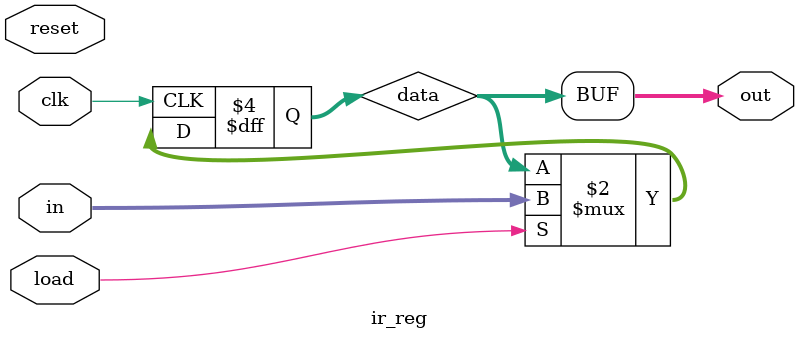
<source format=v>
`include "sizes.vh"

module ir_reg (
		input clk, reset,
		input [7:0] in,
		input load,
		output [7:0] out
	);

	reg [7:0] data;
	
	always @(posedge clk) begin
		if (load) begin
			data <= in;
		end
	end

	assign out = data;
endmodule
</source>
